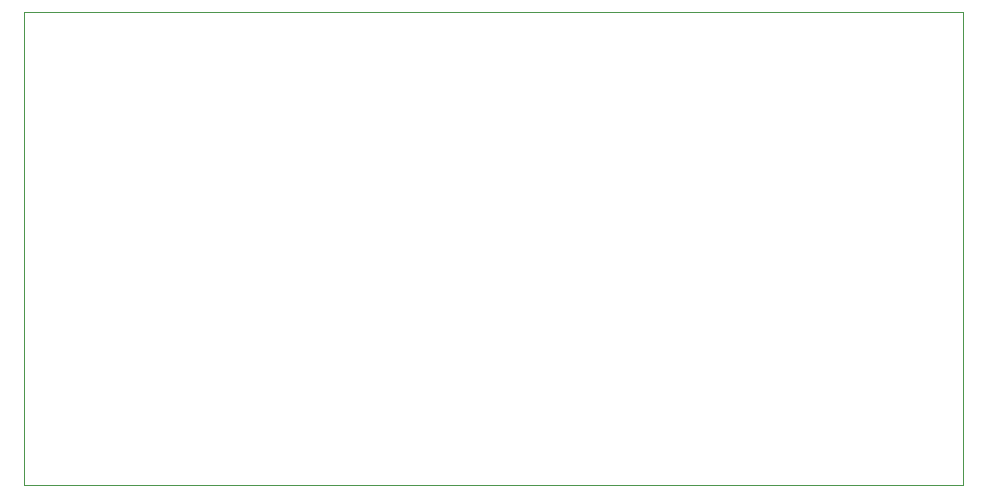
<source format=gbr>
%TF.GenerationSoftware,KiCad,Pcbnew,9.0.0*%
%TF.CreationDate,2025-03-04T10:40:36+01:00*%
%TF.ProjectId,mdbt_lora_board,6d646274-5f6c-46f7-9261-5f626f617264,v0.2*%
%TF.SameCoordinates,Original*%
%TF.FileFunction,Profile,NP*%
%FSLAX46Y46*%
G04 Gerber Fmt 4.6, Leading zero omitted, Abs format (unit mm)*
G04 Created by KiCad (PCBNEW 9.0.0) date 2025-03-04 10:40:36*
%MOMM*%
%LPD*%
G01*
G04 APERTURE LIST*
%TA.AperFunction,Profile*%
%ADD10C,0.100000*%
%TD*%
G04 APERTURE END LIST*
D10*
X100500000Y-60000000D02*
X180000000Y-60000000D01*
X180000000Y-100000000D01*
X100500000Y-100000000D01*
X100500000Y-60000000D01*
M02*

</source>
